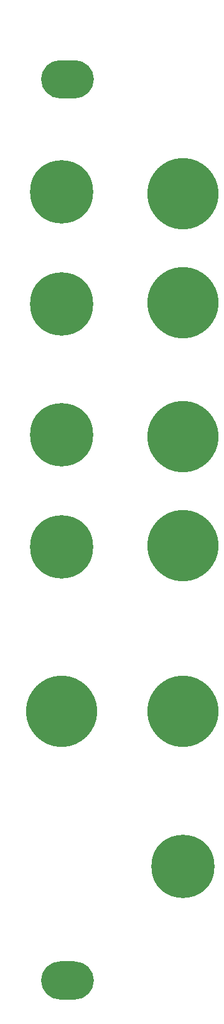
<source format=gbr>
%TF.GenerationSoftware,KiCad,Pcbnew,(5.1.9)-1*%
%TF.CreationDate,2021-03-29T14:58:01+02:00*%
%TF.ProjectId,Hands of Svarog - panel,48616e64-7320-46f6-9620-537661726f67,rev?*%
%TF.SameCoordinates,Original*%
%TF.FileFunction,Soldermask,Bot*%
%TF.FilePolarity,Negative*%
%FSLAX46Y46*%
G04 Gerber Fmt 4.6, Leading zero omitted, Abs format (unit mm)*
G04 Created by KiCad (PCBNEW (5.1.9)-1) date 2021-03-29 14:58:01*
%MOMM*%
%LPD*%
G01*
G04 APERTURE LIST*
%ADD10C,9.700000*%
%ADD11C,8.600000*%
G04 APERTURE END LIST*
%TO.C,Ref\u002A\u002A*%
G36*
G01*
X35517000Y-143990000D02*
X35517000Y-143990000D01*
G75*
G02*
X38117000Y-141390000I2600000J0D01*
G01*
X40117000Y-141390000D01*
G75*
G02*
X42717000Y-143990000I0J-2600000D01*
G01*
X42717000Y-143990000D01*
G75*
G02*
X40117000Y-146590000I-2600000J0D01*
G01*
X38117000Y-146590000D01*
G75*
G02*
X35517000Y-143990000I0J2600000D01*
G01*
G37*
%TD*%
D10*
%TO.C,Ref\u002A\u002A*%
X38362000Y-107441500D03*
%TD*%
%TO.C,Ref\u002A\u002A*%
X54872000Y-107441500D03*
%TD*%
%TO.C,Ref\u002A\u002A*%
X54872000Y-84859057D03*
%TD*%
%TO.C,Ref\u002A\u002A*%
X54872000Y-70050856D03*
%TD*%
%TO.C,Ref\u002A\u002A*%
X54872000Y-51839057D03*
%TD*%
D11*
%TO.C,Ref\u002A\u002A*%
X54872163Y-128460000D03*
%TD*%
%TO.C,Ref\u002A\u002A*%
X38362163Y-85076800D03*
%TD*%
%TO.C,Ref\u002A\u002A*%
X38362163Y-69836800D03*
%TD*%
%TO.C,Ref\u002A\u002A*%
X38362163Y-52056800D03*
%TD*%
%TO.C,Ref\u002A\u002A*%
X38362163Y-36816800D03*
%TD*%
D10*
%TO.C,Ref\u002A\u002A*%
X54872000Y-37030856D03*
%TD*%
%TO.C,Ref\u002A\u002A*%
G36*
G01*
X35517000Y-21490000D02*
X35517000Y-21490000D01*
G75*
G02*
X38117000Y-18890000I2600000J0D01*
G01*
X40117000Y-18890000D01*
G75*
G02*
X42717000Y-21490000I0J-2600000D01*
G01*
X42717000Y-21490000D01*
G75*
G02*
X40117000Y-24090000I-2600000J0D01*
G01*
X38117000Y-24090000D01*
G75*
G02*
X35517000Y-21490000I0J2600000D01*
G01*
G37*
%TD*%
M02*

</source>
